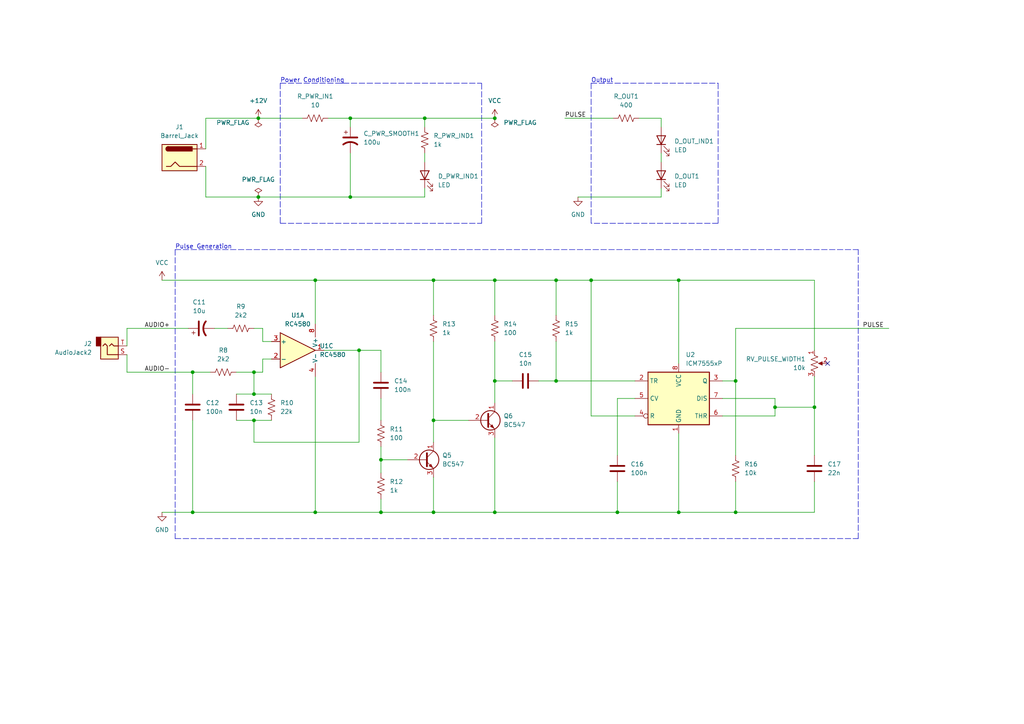
<source format=kicad_sch>
(kicad_sch (version 20211123) (generator eeschema)
  (paper "A4")
  (lib_symbols
    (symbol "Amplifier_Operational:RC4580" (pin_names (offset 0.127))
      (property "Reference" "U" (at 0 5.08 0))
      (property "Value" "RC4580" (at 0 -5.08 0))
      (symbol "RC4580_1_1"
        (polyline (pts (xy -5.08 5.08) (xy 5.08 0) (xy -5.08 -5.08) (xy -5.08 5.08)) (stroke (width 0.254)) (fill (type background)))
        (pin output line (at 7.62 0 180) (length 2.54) (name "~") (number "1"))
        (pin input line (at -7.62 -2.54 0) (length 2.54) (name "-") (number "2"))
        (pin input line (at -7.62 2.54 0) (length 2.54) (name "+") (number "3"))
      )
      (symbol "RC4580_2_1"
        (polyline (pts (xy -5.08 5.08) (xy 5.08 0) (xy -5.08 -5.08) (xy -5.08 5.08)) (stroke (width 0.254)) (fill (type background)))
        (pin input line (at -7.62 2.54 0) (length 2.54) (name "+") (number "5"))
        (pin input line (at -7.62 -2.54 0) (length 2.54) (name "-") (number "6"))
        (pin output line (at 7.62 0 180) (length 2.54) (name "~") (number "7"))
      )
      (symbol "RC4580_3_1"
        (pin power_in line (at -2.54 -7.62 90) (length 3.81) (name "V-") (number "4"))
        (pin power_in line (at -2.54 7.62 270) (length 3.81) (name "V+") (number "8"))
      )
    )
    (symbol "Connector:AudioJack2"
      (property "Reference" "J" (at 0 8.89 0))
      (property "Value" "AudioJack2" (at 0 6.35 0))
      (symbol "AudioJack2_0_1"
        (rectangle (start -3.81 0) (end -2.54 -2.54) (stroke (width 0.254)) (fill (type outline)))
        (rectangle (start -2.54 3.81) (end 2.54 -2.54) (stroke (width 0.254)) (fill (type background)))
        (polyline (pts (xy 0 0) (xy 0.635 -0.635) (xy 1.27 0) (xy 2.54 0)) (stroke (width 0.254)))
        (polyline (pts (xy 2.54 2.54) (xy -0.635 2.54) (xy -0.635 0) (xy -1.27 -0.635) (xy -1.905 0)) (stroke (width 0.254)))
      )
      (symbol "AudioJack2_1_1"
        (pin passive line (at 5.08 2.54 180) (length 2.54) (name "~") (number "S"))
        (pin passive line (at 5.08 0 180) (length 2.54) (name "~") (number "T"))
      )
    )
    (symbol "Connector:Barrel_Jack" (pin_names (offset 1.016))
      (property "Reference" "J" (at 0 5.334 0))
      (property "Value" "Barrel_Jack" (at 0 -5.08 0))
      (symbol "Barrel_Jack_0_1"
        (rectangle (start -5.08 3.81) (end 5.08 -3.81) (stroke (width 0.254)) (fill (type background)))
        (arc (start -3.302 3.175) (mid -3.937 2.54) (end -3.302 1.905) (stroke (width 0.254)))
        (arc (start -3.302 3.175) (mid -3.937 2.54) (end -3.302 1.905) (stroke (width 0.254)) (fill (type outline)))
        (polyline (pts (xy 5.08 2.54) (xy 3.81 2.54)) (stroke (width 0.254)))
        (polyline (pts (xy -3.81 -2.54) (xy -2.54 -2.54) (xy -1.27 -1.27) (xy 0 -2.54) (xy 2.54 -2.54) (xy 5.08 -2.54)) (stroke (width 0.254)))
        (rectangle (start 3.683 3.175) (end -3.302 1.905) (stroke (width 0.254)) (fill (type outline)))
      )
      (symbol "Barrel_Jack_1_1"
        (pin passive line (at 7.62 2.54 180) (length 2.54) (name "~") (number "1"))
        (pin passive line (at 7.62 -2.54 180) (length 2.54) (name "~") (number "2"))
      )
    )
    (symbol "Device:C" (pin_numbers hide) (pin_names (offset 0.254))
      (property "Reference" "C" (at 0.635 2.54 0))
      (property "Value" "C" (at 0.635 -2.54 0))
      (symbol "C_0_1"
        (polyline (pts (xy -2.032 -0.762) (xy 2.032 -0.762)) (stroke (width 0.508)))
        (polyline (pts (xy -2.032 0.762) (xy 2.032 0.762)) (stroke (width 0.508)))
      )
      (symbol "C_1_1"
        (pin passive line (at 0 3.81 270) (length 2.794) (name "~") (number "1"))
        (pin passive line (at 0 -3.81 90) (length 2.794) (name "~") (number "2"))
      )
    )
    (symbol "Device:C_Polarized_US" (pin_numbers hide) (pin_names (offset 0.254) hide)
      (property "Reference" "C" (at 0.635 2.54 0))
      (property "Value" "C_Polarized_US" (at 0.635 -2.54 0))
      (symbol "C_Polarized_US_0_1"
        (polyline (pts (xy -2.032 0.762) (xy 2.032 0.762)) (stroke (width 0.508)))
        (polyline (pts (xy -1.778 2.286) (xy -0.762 2.286)))
        (polyline (pts (xy -1.27 1.778) (xy -1.27 2.794)))
        (arc (start 2.032 -1.27) (mid 0 -0.5572) (end -2.032 -1.27) (stroke (width 0.508)))
      )
      (symbol "C_Polarized_US_1_1"
        (pin passive line (at 0 3.81 270) (length 2.794) (name "~") (number "1"))
        (pin passive line (at 0 -3.81 90) (length 3.302) (name "~") (number "2"))
      )
    )
    (symbol "Device:LED" (pin_numbers hide) (pin_names (offset 1.016) hide)
      (property "Reference" "D" (at 0 2.54 0))
      (property "Value" "LED" (at 0 -2.54 0))
      (symbol "LED_0_1"
        (polyline (pts (xy -1.27 -1.27) (xy -1.27 1.27)) (stroke (width 0.254)))
        (polyline (pts (xy -1.27 0) (xy 1.27 0)))
        (polyline (pts (xy 1.27 -1.27) (xy 1.27 1.27) (xy -1.27 0) (xy 1.27 -1.27)) (stroke (width 0.254)))
        (polyline (pts (xy -3.048 -0.762) (xy -4.572 -2.286) (xy -3.81 -2.286) (xy -4.572 -2.286) (xy -4.572 -1.524)))
        (polyline (pts (xy -1.778 -0.762) (xy -3.302 -2.286) (xy -2.54 -2.286) (xy -3.302 -2.286) (xy -3.302 -1.524)))
      )
      (symbol "LED_1_1"
        (pin passive line (at -3.81 0 0) (length 2.54) (name "K") (number "1"))
        (pin passive line (at 3.81 0 180) (length 2.54) (name "A") (number "2"))
      )
    )
    (symbol "Device:R_Potentiometer_US" (pin_names (offset 1.016) hide)
      (property "Reference" "RV" (at -4.445 0 90))
      (property "Value" "R_Potentiometer_US" (at -2.54 0 90))
      (symbol "R_Potentiometer_US_0_1"
        (polyline (pts (xy 0 -2.286) (xy 0 -2.54)))
        (polyline (pts (xy 0 2.54) (xy 0 2.286)))
        (polyline (pts (xy 2.54 0) (xy 1.524 0)))
        (polyline (pts (xy 1.143 0) (xy 2.286 0.508) (xy 2.286 -0.508) (xy 1.143 0)) (fill (type outline)))
        (polyline (pts (xy 0 -0.762) (xy 1.016 -1.143) (xy 0 -1.524) (xy -1.016 -1.905) (xy 0 -2.286)))
        (polyline (pts (xy 0 0.762) (xy 1.016 0.381) (xy 0 0) (xy -1.016 -0.381) (xy 0 -0.762)))
        (polyline (pts (xy 0 2.286) (xy 1.016 1.905) (xy 0 1.524) (xy -1.016 1.143) (xy 0 0.762)))
      )
      (symbol "R_Potentiometer_US_1_1"
        (pin passive line (at 0 3.81 270) (length 1.27) (name "1") (number "1"))
        (pin passive line (at 3.81 0 180) (length 1.27) (name "2") (number "2"))
        (pin passive line (at 0 -3.81 90) (length 1.27) (name "3") (number "3"))
      )
    )
    (symbol "Device:R_US" (pin_numbers hide) (pin_names (offset 0))
      (property "Reference" "R" (at 2.54 0 90))
      (property "Value" "R_US" (at -2.54 0 90))
      (symbol "R_US_0_1"
        (polyline (pts (xy 0 -2.286) (xy 0 -2.54)))
        (polyline (pts (xy 0 2.286) (xy 0 2.54)))
        (polyline (pts (xy 0 -0.762) (xy 1.016 -1.143) (xy 0 -1.524) (xy -1.016 -1.905) (xy 0 -2.286)))
        (polyline (pts (xy 0 0.762) (xy 1.016 0.381) (xy 0 0) (xy -1.016 -0.381) (xy 0 -0.762)))
        (polyline (pts (xy 0 2.286) (xy 1.016 1.905) (xy 0 1.524) (xy -1.016 1.143) (xy 0 0.762)))
      )
      (symbol "R_US_1_1"
        (pin passive line (at 0 3.81 270) (length 1.27) (name "~") (number "1"))
        (pin passive line (at 0 -3.81 90) (length 1.27) (name "~") (number "2"))
      )
    )
    (symbol "Timer:ICM7555xP"
      (property "Reference" "U" (at -10.16 8.89 0))
      (property "Value" "ICM7555xP" (at 2.54 8.89 0))
      (symbol "ICM7555xP_0_0"
        (pin power_in line (at 0 -10.16 90) (length 2.54) (name "GND") (number "1"))
        (pin power_in line (at 0 10.16 270) (length 2.54) (name "VCC") (number "8"))
      )
      (symbol "ICM7555xP_0_1"
        (rectangle (start -8.89 -7.62) (end 8.89 7.62) (stroke (width 0.254)) (fill (type background)))
        (rectangle (start -8.89 -7.62) (end 8.89 7.62) (stroke (width 0.254)) (fill (type background)))
      )
      (symbol "ICM7555xP_1_1"
        (pin input line (at -12.7 5.08 0) (length 3.81) (name "TR") (number "2"))
        (pin output line (at 12.7 5.08 180) (length 3.81) (name "Q") (number "3"))
        (pin input inverted (at -12.7 -5.08 0) (length 3.81) (name "R") (number "4"))
        (pin input line (at -12.7 0 0) (length 3.81) (name "CV") (number "5"))
        (pin input line (at 12.7 -5.08 180) (length 3.81) (name "THR") (number "6"))
        (pin input line (at 12.7 0 180) (length 3.81) (name "DIS") (number "7"))
      )
    )
    (symbol "Transistor_BJT:BC547" (pin_names (offset 0) hide)
      (property "Reference" "Q" (at 5.08 1.905 0))
      (property "Value" "BC547" (at 5.08 0 0))
      (symbol "BC547_0_1"
        (polyline (pts (xy 0 0) (xy 0.635 0)))
        (polyline (pts (xy 0.635 0.635) (xy 2.54 2.54)))
        (polyline (pts (xy 0.635 -0.635) (xy 2.54 -2.54) (xy 2.54 -2.54)))
        (polyline (pts (xy 0.635 1.905) (xy 0.635 -1.905) (xy 0.635 -1.905)) (stroke (width 0.508)))
        (polyline (pts (xy 1.27 -1.778) (xy 1.778 -1.27) (xy 2.286 -2.286) (xy 1.27 -1.778) (xy 1.27 -1.778)) (fill (type outline)))
        (circle (center 1.27 0) (radius 2.8194) (stroke (width 0.254)))
      )
      (symbol "BC547_1_1"
        (pin passive line (at 2.54 5.08 270) (length 2.54) (name "C") (number "1"))
        (pin input line (at -5.08 0 0) (length 5.08) (name "B") (number "2"))
        (pin passive line (at 2.54 -5.08 90) (length 2.54) (name "E") (number "3"))
      )
    )
    (symbol "power:+12V" (power) (pin_names (offset 0))
      (property "Value" "+12V" (at 0 3.556 0))
      (symbol "+12V_0_1"
        (polyline (pts (xy -0.762 1.27) (xy 0 2.54)))
        (polyline (pts (xy 0 0) (xy 0 2.54)))
        (polyline (pts (xy 0 2.54) (xy 0.762 1.27)))
      )
      (symbol "+12V_1_1"
        (pin power_in line (at 0 0 90) (length 0) hide (name "+12V") (number "1"))
      )
    )
    (symbol "power:GND" (power) (pin_names (offset 0))
      (property "Value" "GND" (at 0 -3.81 0))
      (symbol "GND_0_1"
        (polyline (pts (xy 0 0) (xy 0 -1.27) (xy 1.27 -1.27) (xy 0 -2.54) (xy -1.27 -1.27) (xy 0 -1.27)))
      )
      (symbol "GND_1_1"
        (pin power_in line (at 0 0 270) (length 0) hide (name "GND") (number "1"))
      )
    )
    (symbol "power:PWR_FLAG" (power) (pin_numbers hide) (pin_names (offset 0) hide)
      (property "Value" "PWR_FLAG" (at 0 3.81 0))
      (symbol "PWR_FLAG_0_0"
        (pin power_out line (at 0 0 90) (length 0) (name "pwr") (number "1"))
      )
      (symbol "PWR_FLAG_0_1"
        (polyline (pts (xy 0 0) (xy 0 1.27) (xy -1.016 1.905) (xy 0 2.54) (xy 1.016 1.905) (xy 0 1.27)))
      )
    )
    (symbol "power:VCC" (power) (pin_names (offset 0))
      (property "Value" "VCC" (at 0 3.81 0))
      (symbol "VCC_0_1"
        (polyline (pts (xy -0.762 1.27) (xy 0 2.54)))
        (polyline (pts (xy 0 0) (xy 0 2.54)))
        (polyline (pts (xy 0 2.54) (xy 0.762 1.27)))
      )
      (symbol "VCC_1_1"
        (pin power_in line (at 0 0 90) (length 0) hide (name "VCC") (number "1"))
      )
    )
  )
  (junction (at 101.6 57.15))
  (junction (at 110.49 133.35))
  (junction (at 55.88 148.59))
  (junction (at 213.36 110.49))
  (junction (at 73.66 121.92))
  (junction (at 73.66 114.3))
  (junction (at 196.85 81.28))
  (junction (at 104.14 101.6))
  (junction (at 171.45 81.28))
  (junction (at 125.73 81.28))
  (junction (at 125.73 121.92))
  (junction (at 91.44 81.28))
  (junction (at 125.73 148.59))
  (junction (at 55.88 107.95))
  (junction (at 101.6 34.29))
  (junction (at 196.85 148.59))
  (junction (at 236.22 118.11))
  (junction (at 110.49 148.59))
  (junction (at 179.07 148.59))
  (junction (at 213.36 148.59))
  (junction (at 161.29 110.49))
  (junction (at 143.51 81.28))
  (junction (at 123.19 34.29))
  (junction (at 143.51 148.59))
  (junction (at 224.79 118.11))
  (junction (at 74.93 34.29))
  (junction (at 143.51 34.29))
  (junction (at 161.29 81.28))
  (junction (at 143.51 110.49))
  (junction (at 74.93 57.15))
  (junction (at 73.66 107.95))
  (junction (at 91.44 148.59))
  (no_connect (at 240.03 105.41))
  (wire (pts (xy 161.29 81.28) (xy 161.29 91.44)))
  (wire (pts (xy 123.19 57.15) (xy 101.6 57.15)))
  (wire (pts (xy 68.58 121.92) (xy 73.66 121.92)))
  (wire (pts (xy 171.45 81.28) (xy 196.85 81.28)))
  (wire (pts (xy 143.51 91.44) (xy 143.51 81.28)))
  (polyline (pts (xy 208.28 64.77) (xy 171.45 64.77)))
  (wire (pts (xy 36.83 100.33) (xy 36.83 95.25)))
  (wire (pts (xy 179.07 115.57) (xy 179.07 132.08)))
  (wire (pts (xy 143.51 110.49) (xy 148.59 110.49)))
  (wire (pts (xy 110.49 115.57) (xy 110.49 121.92)))
  (wire (pts (xy 110.49 133.35) (xy 118.11 133.35)))
  (wire (pts (xy 73.66 128.27) (xy 73.66 121.92)))
  (wire (pts (xy 104.14 128.27) (xy 73.66 128.27)))
  (wire (pts (xy 184.15 120.65) (xy 171.45 120.65)))
  (wire (pts (xy 179.07 139.7) (xy 179.07 148.59)))
  (wire (pts (xy 59.69 34.29) (xy 74.93 34.29)))
  (wire (pts (xy 167.64 57.15) (xy 191.77 57.15)))
  (wire (pts (xy 68.58 114.3) (xy 73.66 114.3)))
  (wire (pts (xy 91.44 81.28) (xy 125.73 81.28)))
  (wire (pts (xy 73.66 114.3) (xy 78.74 114.3)))
  (wire (pts (xy 55.88 107.95) (xy 60.96 107.95)))
  (wire (pts (xy 76.2 95.25) (xy 73.66 95.25)))
  (polyline (pts (xy 81.28 64.77) (xy 139.7 64.77)))
  (polyline (pts (xy 81.28 24.13) (xy 139.7 24.13)))
  (wire (pts (xy 91.44 109.22) (xy 91.44 148.59)))
  (wire (pts (xy 101.6 44.45) (xy 101.6 57.15)))
  (polyline (pts (xy 50.8 156.21) (xy 248.92 156.21)))
  (wire (pts (xy 74.93 34.29) (xy 87.63 34.29)))
  (wire (pts (xy 143.51 127) (xy 143.51 148.59)))
  (wire (pts (xy 163.83 34.29) (xy 177.8 34.29)))
  (wire (pts (xy 101.6 34.29) (xy 123.19 34.29)))
  (wire (pts (xy 62.23 95.25) (xy 66.04 95.25)))
  (wire (pts (xy 213.36 139.7) (xy 213.36 148.59)))
  (wire (pts (xy 236.22 118.11) (xy 236.22 132.08)))
  (wire (pts (xy 161.29 110.49) (xy 156.21 110.49)))
  (wire (pts (xy 74.93 57.15) (xy 101.6 57.15)))
  (wire (pts (xy 95.25 34.29) (xy 101.6 34.29)))
  (wire (pts (xy 236.22 139.7) (xy 236.22 148.59)))
  (wire (pts (xy 68.58 107.95) (xy 73.66 107.95)))
  (wire (pts (xy 179.07 148.59) (xy 143.51 148.59)))
  (wire (pts (xy 76.2 99.06) (xy 78.74 99.06)))
  (wire (pts (xy 191.77 44.45) (xy 191.77 46.99)))
  (polyline (pts (xy 50.8 72.39) (xy 248.92 72.39)))
  (wire (pts (xy 55.88 148.59) (xy 91.44 148.59)))
  (wire (pts (xy 110.49 129.54) (xy 110.49 133.35)))
  (wire (pts (xy 110.49 107.95) (xy 110.49 101.6)))
  (wire (pts (xy 93.98 101.6) (xy 104.14 101.6)))
  (wire (pts (xy 76.2 99.06) (xy 76.2 95.25)))
  (wire (pts (xy 143.51 99.06) (xy 143.51 110.49)))
  (wire (pts (xy 73.66 121.92) (xy 78.74 121.92)))
  (wire (pts (xy 73.66 107.95) (xy 76.2 107.95)))
  (wire (pts (xy 36.83 95.25) (xy 54.61 95.25)))
  (wire (pts (xy 191.77 54.61) (xy 191.77 57.15)))
  (wire (pts (xy 213.36 110.49) (xy 213.36 132.08)))
  (wire (pts (xy 125.73 138.43) (xy 125.73 148.59)))
  (wire (pts (xy 161.29 81.28) (xy 143.51 81.28)))
  (wire (pts (xy 110.49 101.6) (xy 104.14 101.6)))
  (wire (pts (xy 171.45 120.65) (xy 171.45 81.28)))
  (wire (pts (xy 161.29 99.06) (xy 161.29 110.49)))
  (wire (pts (xy 224.79 115.57) (xy 209.55 115.57)))
  (polyline (pts (xy 248.92 156.21) (xy 248.92 72.39)))
  (polyline (pts (xy 208.28 24.13) (xy 208.28 64.77)))
  (wire (pts (xy 123.19 46.99) (xy 123.19 44.45)))
  (wire (pts (xy 104.14 101.6) (xy 104.14 128.27)))
  (polyline (pts (xy 171.45 24.13) (xy 171.45 64.77)))
  (wire (pts (xy 196.85 148.59) (xy 213.36 148.59)))
  (wire (pts (xy 196.85 148.59) (xy 179.07 148.59)))
  (wire (pts (xy 125.73 128.27) (xy 125.73 121.92)))
  (wire (pts (xy 125.73 148.59) (xy 110.49 148.59)))
  (wire (pts (xy 224.79 120.65) (xy 224.79 118.11)))
  (wire (pts (xy 55.88 107.95) (xy 55.88 114.3)))
  (wire (pts (xy 185.42 34.29) (xy 191.77 34.29)))
  (polyline (pts (xy 81.28 24.13) (xy 81.28 64.77)))
  (polyline (pts (xy 171.45 24.13) (xy 208.28 24.13)))
  (wire (pts (xy 123.19 34.29) (xy 123.19 36.83)))
  (wire (pts (xy 213.36 95.25) (xy 213.36 110.49)))
  (wire (pts (xy 123.19 54.61) (xy 123.19 57.15)))
  (wire (pts (xy 101.6 34.29) (xy 101.6 36.83)))
  (wire (pts (xy 213.36 148.59) (xy 236.22 148.59)))
  (wire (pts (xy 236.22 81.28) (xy 196.85 81.28)))
  (wire (pts (xy 55.88 121.92) (xy 55.88 148.59)))
  (wire (pts (xy 161.29 81.28) (xy 171.45 81.28)))
  (wire (pts (xy 91.44 81.28) (xy 91.44 93.98)))
  (wire (pts (xy 36.83 107.95) (xy 55.88 107.95)))
  (wire (pts (xy 59.69 57.15) (xy 74.93 57.15)))
  (wire (pts (xy 59.69 43.18) (xy 59.69 34.29)))
  (wire (pts (xy 110.49 133.35) (xy 110.49 137.16)))
  (wire (pts (xy 209.55 120.65) (xy 224.79 120.65)))
  (wire (pts (xy 125.73 121.92) (xy 135.89 121.92)))
  (wire (pts (xy 143.51 81.28) (xy 125.73 81.28)))
  (wire (pts (xy 236.22 101.6) (xy 236.22 81.28)))
  (wire (pts (xy 125.73 99.06) (xy 125.73 121.92)))
  (wire (pts (xy 236.22 109.22) (xy 236.22 118.11)))
  (wire (pts (xy 143.51 148.59) (xy 125.73 148.59)))
  (wire (pts (xy 184.15 115.57) (xy 179.07 115.57)))
  (wire (pts (xy 76.2 107.95) (xy 76.2 104.14)))
  (wire (pts (xy 46.99 148.59) (xy 55.88 148.59)))
  (wire (pts (xy 125.73 91.44) (xy 125.73 81.28)))
  (wire (pts (xy 36.83 102.87) (xy 36.83 107.95)))
  (wire (pts (xy 110.49 144.78) (xy 110.49 148.59)))
  (polyline (pts (xy 50.8 72.39) (xy 50.8 156.21)))
  (wire (pts (xy 196.85 105.41) (xy 196.85 81.28)))
  (wire (pts (xy 209.55 110.49) (xy 213.36 110.49)))
  (wire (pts (xy 76.2 104.14) (xy 78.74 104.14)))
  (polyline (pts (xy 139.7 64.77) (xy 139.7 24.13)))
  (wire (pts (xy 143.51 110.49) (xy 143.51 116.84)))
  (wire (pts (xy 59.69 48.26) (xy 59.69 57.15)))
  (wire (pts (xy 213.36 95.25) (xy 257.81 95.25)))
  (wire (pts (xy 191.77 36.83) (xy 191.77 34.29)))
  (wire (pts (xy 46.99 81.28) (xy 91.44 81.28)))
  (wire (pts (xy 161.29 110.49) (xy 184.15 110.49)))
  (wire (pts (xy 73.66 107.95) (xy 73.66 114.3)))
  (wire (pts (xy 224.79 118.11) (xy 224.79 115.57)))
  (wire (pts (xy 196.85 125.73) (xy 196.85 148.59)))
  (wire (pts (xy 236.22 118.11) (xy 224.79 118.11)))
  (wire (pts (xy 123.19 34.29) (xy 143.51 34.29)))
  (wire (pts (xy 91.44 148.59) (xy 110.49 148.59)))
  (text "Pulse Generation" (at 50.8 72.39 0) (effects (font (size 1.27 1.27)) (justify left bottom)))
  (text "Power Conditioning" (at 81.28 24.13 0) (effects (font (size 1.27 1.27)) (justify left bottom)))
  (text "Output" (at 171.45 24.13 0) (effects (font (size 1.27 1.27)) (justify left bottom)))
  (label "PULSE" (at 163.83 34.29 0))
  (label "AUDIO+" (at 41.91 95.25 0))
  (label "AUDIO-" (at 41.91 107.95 0))
  (label "PULSE" (at 250.19 95.25 0))
  (symbol (lib_id "Device:LED") (at 191.77 40.64 90) (unit 1)
    (property "Reference" "D_OUT_IND1" (at 195.58 40.9574 90) (effects (justify right)))
    (property "Value" "LED" (at 195.58 43.4974 90) (effects (justify right)))
    (property "Footprint" "LED_THT:LED_D5.0mm" (effects hide))
  )
  (symbol (lib_id "Device:R_US") (at 110.49 140.97 0) (unit 1)
    (property "Reference" "R12" (at 113.03 139.6999 0) (effects (justify left)))
    (property "Value" "1k" (at 113.03 142.2399 0) (effects (justify left)))
    (property "Footprint" "Resistor_THT:R_Axial_DIN0207_L6.3mm_D2.5mm_P7.62mm_Horizontal" (effects hide))
  )
  (symbol (lib_id "power:PWR_FLAG") (at 74.93 34.29 0) (mirror x) (unit 1)
    (property "Reference" "#FLG0101" (effects hide))
    (property "Value" "PWR_FLAG" (at 72.39 35.5599 0) (effects (justify right)))
  )
  (symbol (lib_id "power:PWR_FLAG") (at 74.93 57.15 0) (unit 1)
    (property "Reference" "#FLG0103" (effects hide))
    (property "Value" "PWR_FLAG" (at 74.93 52.07 0))
  )
  (symbol (lib_id "power:VCC") (at 46.99 81.28 0) (unit 1)
    (property "Reference" "#PWR0101" (effects hide))
    (property "Value" "VCC" (at 46.99 76.2 0))
  )
  (symbol (lib_id "Device:R_US") (at 64.77 107.95 90) (unit 1)
    (property "Reference" "R8" (at 64.77 101.6 90))
    (property "Value" "2k2" (at 64.77 104.14 90))
    (property "Footprint" "Resistor_THT:R_Axial_DIN0207_L6.3mm_D2.5mm_P7.62mm_Horizontal" (effects hide))
  )
  (symbol (lib_id "Connector:Barrel_Jack") (at 52.07 45.72 0) (unit 1)
    (property "Reference" "J1" (at 52.07 36.83 0))
    (property "Value" "Barrel_Jack" (at 52.07 39.37 0))
    (property "Footprint" "Connector_Wire:SolderWire-0.1sqmm_1x02_P3.6mm_D0.4mm_OD1mm" (effects hide))
  )
  (symbol (lib_id "power:VCC") (at 143.51 34.29 0) (unit 1)
    (property "Reference" "#PWR0102" (effects hide))
    (property "Value" "VCC" (at 143.51 29.21 0))
  )
  (symbol (lib_id "Timer:ICM7555xP") (at 196.85 115.57 0) (unit 1)
    (property "Reference" "U2" (at 198.8694 102.87 0) (effects (justify left)))
    (property "Value" "ICM7555xP" (at 198.8694 105.41 0) (effects (justify left)))
    (property "Footprint" "Package_DIP:DIP-8_W7.62mm_Socket" (effects hide))
    (property "Datasheet" "http://www.intersil.com/content/dam/Intersil/documents/icm7/icm7555-56.pdf" (effects hide))
  )
  (symbol (lib_id "power:+12V") (at 74.93 34.29 0) (unit 1)
    (property "Reference" "#PWR02" (effects hide))
    (property "Value" "+12V" (at 74.93 29.21 0))
  )
  (symbol (lib_id "power:GND") (at 74.93 57.15 0) (unit 1)
    (property "Reference" "#PWR0103" (effects hide))
    (property "Value" "GND" (at 74.93 62.23 0))
  )
  (symbol (lib_id "Device:LED") (at 123.19 50.8 90) (unit 1)
    (property "Reference" "D_PWR_IND1" (at 127 51.1174 90) (effects (justify right)))
    (property "Value" "LED" (at 127 53.6574 90) (effects (justify right)))
    (property "Footprint" "LED_THT:LED_D5.0mm" (effects hide))
  )
  (symbol (lib_id "Device:R_Potentiometer_US") (at 236.22 105.41 0) (unit 1)
    (property "Reference" "RV_PULSE_WIDTH1" (at 233.68 104.1399 0) (effects (justify right)))
    (property "Value" "10k" (at 233.68 106.6799 0) (effects (justify right)))
    (property "Footprint" "Potentiometer_THT:Potentiometer_ACP_CA14-H4_Horizontal" (effects hide))
  )
  (symbol (lib_id "Device:C") (at 68.58 118.11 0) (unit 1)
    (property "Reference" "C13" (at 72.39 116.8399 0) (effects (justify left)))
    (property "Value" "10n" (at 72.39 119.3799 0) (effects (justify left)))
    (property "Footprint" "Capacitor_THT:C_Rect_L7.2mm_W2.5mm_P5.00mm_FKS2_FKP2_MKS2_MKP2" (effects hide))
  )
  (symbol (lib_id "Device:C_Polarized_US") (at 101.6 40.64 0) (unit 1)
    (property "Reference" "C_PWR_SMOOTH1" (at 105.41 38.7349 0) (effects (justify left)))
    (property "Value" "100u" (at 105.41 41.2749 0) (effects (justify left)))
    (property "Footprint" "Capacitor_THT:CP_Radial_D8.0mm_P3.50mm" (effects hide))
  )
  (symbol (lib_id "Device:R_US") (at 78.74 118.11 180) (unit 1)
    (property "Reference" "R10" (at 81.28 116.8399 0) (effects (justify right)))
    (property "Value" "22k" (at 81.28 119.3799 0) (effects (justify right)))
    (property "Footprint" "Resistor_THT:R_Axial_DIN0207_L6.3mm_D2.5mm_P7.62mm_Horizontal" (effects hide))
  )
  (symbol (lib_id "Transistor_BJT:BC547") (at 123.19 133.35 0) (unit 1)
    (property "Reference" "Q5" (at 128.27 132.0799 0) (effects (justify left)))
    (property "Value" "BC547" (at 128.27 134.6199 0) (effects (justify left)))
    (property "Footprint" "Package_TO_SOT_THT:TO-92_Inline" (effects hide))
    (property "Datasheet" "https://www.onsemi.com/pub/Collateral/BC550-D.pdf" (effects hide))
  )
  (symbol (lib_id "Device:R_US") (at 213.36 135.89 0) (unit 1)
    (property "Reference" "R16" (at 215.9 134.6199 0) (effects (justify left)))
    (property "Value" "10k" (at 215.9 137.1599 0) (effects (justify left)))
    (property "Footprint" "Resistor_THT:R_Axial_DIN0207_L6.3mm_D2.5mm_P7.62mm_Horizontal" (effects hide))
  )
  (symbol (lib_id "power:GND") (at 167.64 57.15 0) (unit 1)
    (property "Reference" "#PWR04" (effects hide))
    (property "Value" "GND" (at 167.64 62.23 0))
  )
  (symbol (lib_id "Device:R_US") (at 125.73 95.25 0) (unit 1)
    (property "Reference" "R13" (at 128.27 93.9799 0) (effects (justify left)))
    (property "Value" "1k" (at 128.27 96.5199 0) (effects (justify left)))
    (property "Footprint" "Resistor_THT:R_Axial_DIN0207_L6.3mm_D2.5mm_P7.62mm_Horizontal" (effects hide))
  )
  (symbol (lib_id "Connector:AudioJack2") (at 31.75 100.33 0) (mirror x) (unit 1)
    (property "Reference" "J2" (at 26.67 99.6949 0) (effects (justify right)))
    (property "Value" "AudioJack2" (at 26.67 102.2349 0) (effects (justify right)))
    (property "Footprint" "Connector_Wire:SolderWire-0.1sqmm_1x02_P3.6mm_D0.4mm_OD1mm" (effects hide))
  )
  (symbol (lib_id "Device:C") (at 55.88 118.11 0) (unit 1)
    (property "Reference" "C12" (at 59.69 116.8399 0) (effects (justify left)))
    (property "Value" "100n" (at 59.69 119.3799 0) (effects (justify left)))
    (property "Footprint" "Capacitor_THT:C_Rect_L7.2mm_W2.5mm_P5.00mm_FKS2_FKP2_MKS2_MKP2" (effects hide))
  )
  (symbol (lib_id "Device:R_US") (at 123.19 40.64 0) (unit 1)
    (property "Reference" "R_PWR_IND1" (at 125.73 39.3699 0) (effects (justify left)))
    (property "Value" "1k" (at 125.73 41.9099 0) (effects (justify left)))
    (property "Footprint" "Resistor_THT:R_Axial_DIN0207_L6.3mm_D2.5mm_P7.62mm_Horizontal" (effects hide))
  )
  (symbol (lib_id "Device:R_US") (at 181.61 34.29 90) (unit 1)
    (property "Reference" "R_OUT1" (at 181.61 27.94 90))
    (property "Value" "400" (at 181.61 30.48 90))
    (property "Footprint" "Resistor_THT:R_Axial_DIN0207_L6.3mm_D2.5mm_P7.62mm_Horizontal" (effects hide))
  )
  (symbol (lib_id "Device:R_US") (at 91.44 34.29 90) (unit 1)
    (property "Reference" "R_PWR_IN1" (at 91.44 27.94 90))
    (property "Value" "10" (at 91.44 30.48 90))
    (property "Footprint" "Resistor_THT:R_Axial_DIN0207_L6.3mm_D2.5mm_P7.62mm_Horizontal" (effects hide))
  )
  (symbol (lib_id "power:PWR_FLAG") (at 143.51 34.29 180) (unit 1)
    (property "Reference" "#FLG0102" (effects hide))
    (property "Value" "PWR_FLAG" (at 146.05 35.5599 0) (effects (justify right)))
  )
  (symbol (lib_id "Device:C") (at 236.22 135.89 0) (unit 1)
    (property "Reference" "C17" (at 240.03 134.6199 0) (effects (justify left)))
    (property "Value" "22n" (at 240.03 137.1599 0) (effects (justify left)))
    (property "Footprint" "Capacitor_THT:C_Rect_L7.2mm_W2.5mm_P5.00mm_FKS2_FKP2_MKS2_MKP2" (effects hide))
  )
  (symbol (lib_id "Device:R_US") (at 161.29 95.25 0) (unit 1)
    (property "Reference" "R15" (at 163.83 93.9799 0) (effects (justify left)))
    (property "Value" "1k" (at 163.83 96.5199 0) (effects (justify left)))
    (property "Footprint" "Resistor_THT:R_Axial_DIN0207_L6.3mm_D2.5mm_P7.62mm_Horizontal" (effects hide))
  )
  (symbol (lib_id "Device:C") (at 110.49 111.76 0) (unit 1)
    (property "Reference" "C14" (at 114.3 110.4899 0) (effects (justify left)))
    (property "Value" "100n" (at 114.3 113.0299 0) (effects (justify left)))
    (property "Footprint" "Capacitor_THT:C_Rect_L7.2mm_W2.5mm_P5.00mm_FKS2_FKP2_MKS2_MKP2" (effects hide))
  )
  (symbol (lib_id "Device:C") (at 152.4 110.49 90) (unit 1)
    (property "Reference" "C15" (at 152.4 102.87 90))
    (property "Value" "10n" (at 152.4 105.41 90))
    (property "Footprint" "Capacitor_THT:C_Rect_L7.2mm_W2.5mm_P5.00mm_FKS2_FKP2_MKS2_MKP2" (effects hide))
  )
  (symbol (lib_id "Amplifier_Operational:RC4580") (at 93.98 101.6 0) (unit 3)
    (property "Reference" "U1" (at 92.71 100.3299 0) (effects (justify left)))
    (property "Value" "RC4580" (at 92.71 102.8699 0) (effects (justify left)))
    (property "Footprint" "Package_DIP:DIP-8_W7.62mm_Socket" (effects hide))
    (property "Datasheet" "http://www.ti.com/lit/ds/symlink/rc4580.pdf" (effects hide))
  )
  (symbol (lib_id "Device:R_US") (at 143.51 95.25 0) (unit 1)
    (property "Reference" "R14" (at 146.05 93.9799 0) (effects (justify left)))
    (property "Value" "100" (at 146.05 96.5199 0) (effects (justify left)))
    (property "Footprint" "Resistor_THT:R_Axial_DIN0207_L6.3mm_D2.5mm_P7.62mm_Horizontal" (effects hide))
  )
  (symbol (lib_id "Device:C_Polarized_US") (at 58.42 95.25 90) (unit 1)
    (property "Reference" "C11" (at 57.785 87.63 90))
    (property "Value" "10u" (at 57.785 90.17 90))
    (property "Footprint" "Capacitor_THT:CP_Radial_D6.3mm_P2.50mm" (effects hide))
  )
  (symbol (lib_id "Device:R_US") (at 69.85 95.25 90) (unit 1)
    (property "Reference" "R9" (at 69.85 88.9 90))
    (property "Value" "2k2" (at 69.85 91.44 90))
    (property "Footprint" "Resistor_THT:R_Axial_DIN0207_L6.3mm_D2.5mm_P7.62mm_Horizontal" (effects hide))
  )
  (symbol (lib_id "Device:C") (at 179.07 135.89 0) (unit 1)
    (property "Reference" "C16" (at 182.88 134.6199 0) (effects (justify left)))
    (property "Value" "100n" (at 182.88 137.1599 0) (effects (justify left)))
    (property "Footprint" "Capacitor_THT:C_Rect_L7.2mm_W2.5mm_P5.00mm_FKS2_FKP2_MKS2_MKP2" (effects hide))
  )
  (symbol (lib_id "power:GND") (at 46.99 148.59 0) (unit 1)
    (property "Reference" "#PWR01" (effects hide))
    (property "Value" "GND" (at 46.99 153.67 0))
  )
  (symbol (lib_id "Device:LED") (at 191.77 50.8 90) (unit 1)
    (property "Reference" "D_OUT1" (at 195.58 51.1174 90) (effects (justify right)))
    (property "Value" "LED" (at 195.58 53.6574 90) (effects (justify right)))
    (property "Footprint" "LED_THT:LED_D5.0mm" (effects hide))
  )
  (symbol (lib_id "Device:R_US") (at 110.49 125.73 0) (unit 1)
    (property "Reference" "R11" (at 113.03 124.4599 0) (effects (justify left)))
    (property "Value" "100" (at 113.03 126.9999 0) (effects (justify left)))
    (property "Footprint" "Resistor_THT:R_Axial_DIN0207_L6.3mm_D2.5mm_P7.62mm_Horizontal" (effects hide))
  )
  (symbol (lib_id "Amplifier_Operational:RC4580") (at 86.36 101.6 0) (unit 1)
    (property "Reference" "U1" (at 86.36 91.44 0))
    (property "Value" "RC4580" (at 86.36 93.98 0))
    (property "Footprint" "Package_DIP:DIP-8_W7.62mm_Socket" (effects hide))
    (property "Datasheet" "http://www.ti.com/lit/ds/symlink/rc4580.pdf" (effects hide))
  )
  (symbol (lib_id "Transistor_BJT:BC547") (at 140.97 121.92 0) (unit 1)
    (property "Reference" "Q6" (at 146.05 120.6499 0) (effects (justify left)))
    (property "Value" "BC547" (at 146.05 123.1899 0) (effects (justify left)))
    (property "Footprint" "Package_TO_SOT_THT:TO-92_Inline" (effects hide))
    (property "Datasheet" "https://www.onsemi.com/pub/Collateral/BC550-D.pdf" (effects hide))
  )
)
</source>
